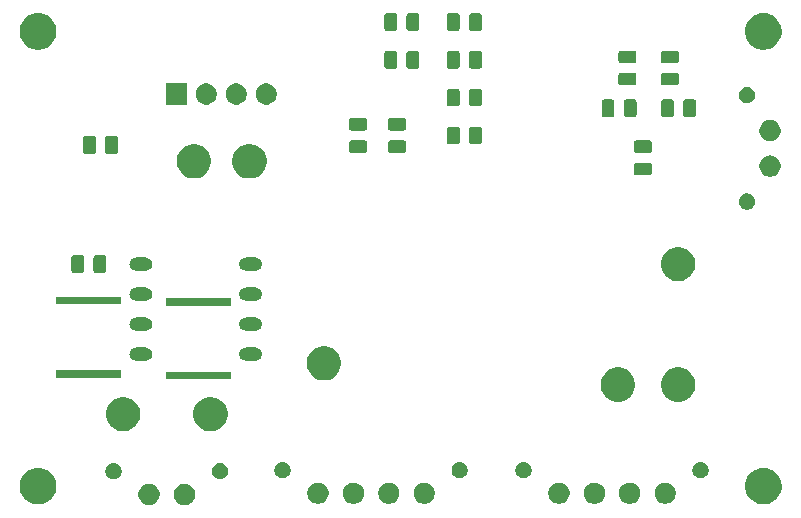
<source format=gbr>
G04 #@! TF.GenerationSoftware,KiCad,Pcbnew,(5.1.5)-3*
G04 #@! TF.CreationDate,2021-01-10T15:50:35-06:00*
G04 #@! TF.ProjectId,Power-SupplementalMonitoringPCB,506f7765-722d-4537-9570-706c656d656e,rev?*
G04 #@! TF.SameCoordinates,Original*
G04 #@! TF.FileFunction,Soldermask,Bot*
G04 #@! TF.FilePolarity,Negative*
%FSLAX46Y46*%
G04 Gerber Fmt 4.6, Leading zero omitted, Abs format (unit mm)*
G04 Created by KiCad (PCBNEW (5.1.5)-3) date 2021-01-10 15:50:35*
%MOMM*%
%LPD*%
G04 APERTURE LIST*
%ADD10C,0.100000*%
G04 APERTURE END LIST*
D10*
G36*
X109501531Y-110801544D02*
G01*
X109662812Y-110833624D01*
X109826784Y-110901544D01*
X109974354Y-111000147D01*
X110099853Y-111125646D01*
X110198456Y-111273216D01*
X110266376Y-111437188D01*
X110301000Y-111611259D01*
X110301000Y-111788741D01*
X110266376Y-111962812D01*
X110198456Y-112126784D01*
X110099853Y-112274354D01*
X109974354Y-112399853D01*
X109826784Y-112498456D01*
X109662812Y-112566376D01*
X109513512Y-112596073D01*
X109488742Y-112601000D01*
X109311258Y-112601000D01*
X109286488Y-112596073D01*
X109137188Y-112566376D01*
X108973216Y-112498456D01*
X108825646Y-112399853D01*
X108700147Y-112274354D01*
X108601544Y-112126784D01*
X108533624Y-111962812D01*
X108499000Y-111788741D01*
X108499000Y-111611259D01*
X108533624Y-111437188D01*
X108601544Y-111273216D01*
X108700147Y-111125646D01*
X108825646Y-111000147D01*
X108973216Y-110901544D01*
X109137188Y-110833624D01*
X109298469Y-110801544D01*
X109311258Y-110799000D01*
X109488742Y-110799000D01*
X109501531Y-110801544D01*
G37*
G36*
X106501531Y-110801544D02*
G01*
X106662812Y-110833624D01*
X106826784Y-110901544D01*
X106974354Y-111000147D01*
X107099853Y-111125646D01*
X107198456Y-111273216D01*
X107266376Y-111437188D01*
X107301000Y-111611259D01*
X107301000Y-111788741D01*
X107266376Y-111962812D01*
X107198456Y-112126784D01*
X107099853Y-112274354D01*
X106974354Y-112399853D01*
X106826784Y-112498456D01*
X106662812Y-112566376D01*
X106513512Y-112596073D01*
X106488742Y-112601000D01*
X106311258Y-112601000D01*
X106286488Y-112596073D01*
X106137188Y-112566376D01*
X105973216Y-112498456D01*
X105825646Y-112399853D01*
X105700147Y-112274354D01*
X105601544Y-112126784D01*
X105533624Y-111962812D01*
X105499000Y-111788741D01*
X105499000Y-111611259D01*
X105533624Y-111437188D01*
X105601544Y-111273216D01*
X105700147Y-111125646D01*
X105825646Y-111000147D01*
X105973216Y-110901544D01*
X106137188Y-110833624D01*
X106298469Y-110801544D01*
X106311258Y-110799000D01*
X106488742Y-110799000D01*
X106501531Y-110801544D01*
G37*
G36*
X97302585Y-109478802D02*
G01*
X97452410Y-109508604D01*
X97734674Y-109625521D01*
X97988705Y-109795259D01*
X98204741Y-110011295D01*
X98374479Y-110265326D01*
X98491396Y-110547590D01*
X98491396Y-110547591D01*
X98541405Y-110799000D01*
X98551000Y-110847240D01*
X98551000Y-111152760D01*
X98491396Y-111452410D01*
X98374479Y-111734674D01*
X98204741Y-111988705D01*
X97988705Y-112204741D01*
X97734674Y-112374479D01*
X97452410Y-112491396D01*
X97404127Y-112501000D01*
X97152761Y-112551000D01*
X96847239Y-112551000D01*
X96595873Y-112501000D01*
X96547590Y-112491396D01*
X96265326Y-112374479D01*
X96011295Y-112204741D01*
X95795259Y-111988705D01*
X95625521Y-111734674D01*
X95508604Y-111452410D01*
X95449000Y-111152760D01*
X95449000Y-110847240D01*
X95458596Y-110799000D01*
X95508604Y-110547591D01*
X95508604Y-110547590D01*
X95625521Y-110265326D01*
X95795259Y-110011295D01*
X96011295Y-109795259D01*
X96265326Y-109625521D01*
X96547590Y-109508604D01*
X96697415Y-109478802D01*
X96847239Y-109449000D01*
X97152761Y-109449000D01*
X97302585Y-109478802D01*
G37*
G36*
X158702585Y-109478802D02*
G01*
X158852410Y-109508604D01*
X159134674Y-109625521D01*
X159388705Y-109795259D01*
X159604741Y-110011295D01*
X159774479Y-110265326D01*
X159891396Y-110547590D01*
X159891396Y-110547591D01*
X159941405Y-110799000D01*
X159951000Y-110847240D01*
X159951000Y-111152760D01*
X159891396Y-111452410D01*
X159774479Y-111734674D01*
X159604741Y-111988705D01*
X159388705Y-112204741D01*
X159134674Y-112374479D01*
X158852410Y-112491396D01*
X158804127Y-112501000D01*
X158552761Y-112551000D01*
X158247239Y-112551000D01*
X157995873Y-112501000D01*
X157947590Y-112491396D01*
X157665326Y-112374479D01*
X157411295Y-112204741D01*
X157195259Y-111988705D01*
X157025521Y-111734674D01*
X156908604Y-111452410D01*
X156849000Y-111152760D01*
X156849000Y-110847240D01*
X156858596Y-110799000D01*
X156908604Y-110547591D01*
X156908604Y-110547590D01*
X157025521Y-110265326D01*
X157195259Y-110011295D01*
X157411295Y-109795259D01*
X157665326Y-109625521D01*
X157947590Y-109508604D01*
X158097415Y-109478802D01*
X158247239Y-109449000D01*
X158552761Y-109449000D01*
X158702585Y-109478802D01*
G37*
G36*
X150213512Y-110703927D02*
G01*
X150362812Y-110733624D01*
X150526784Y-110801544D01*
X150674354Y-110900147D01*
X150799853Y-111025646D01*
X150898456Y-111173216D01*
X150966376Y-111337188D01*
X151001000Y-111511259D01*
X151001000Y-111688741D01*
X150966376Y-111862812D01*
X150898456Y-112026784D01*
X150799853Y-112174354D01*
X150674354Y-112299853D01*
X150526784Y-112398456D01*
X150362812Y-112466376D01*
X150213512Y-112496073D01*
X150188742Y-112501000D01*
X150011258Y-112501000D01*
X149986488Y-112496073D01*
X149837188Y-112466376D01*
X149673216Y-112398456D01*
X149525646Y-112299853D01*
X149400147Y-112174354D01*
X149301544Y-112026784D01*
X149233624Y-111862812D01*
X149199000Y-111688741D01*
X149199000Y-111511259D01*
X149233624Y-111337188D01*
X149301544Y-111173216D01*
X149400147Y-111025646D01*
X149525646Y-110900147D01*
X149673216Y-110801544D01*
X149837188Y-110733624D01*
X149986488Y-110703927D01*
X150011258Y-110699000D01*
X150188742Y-110699000D01*
X150213512Y-110703927D01*
G37*
G36*
X141213512Y-110703927D02*
G01*
X141362812Y-110733624D01*
X141526784Y-110801544D01*
X141674354Y-110900147D01*
X141799853Y-111025646D01*
X141898456Y-111173216D01*
X141966376Y-111337188D01*
X142001000Y-111511259D01*
X142001000Y-111688741D01*
X141966376Y-111862812D01*
X141898456Y-112026784D01*
X141799853Y-112174354D01*
X141674354Y-112299853D01*
X141526784Y-112398456D01*
X141362812Y-112466376D01*
X141213512Y-112496073D01*
X141188742Y-112501000D01*
X141011258Y-112501000D01*
X140986488Y-112496073D01*
X140837188Y-112466376D01*
X140673216Y-112398456D01*
X140525646Y-112299853D01*
X140400147Y-112174354D01*
X140301544Y-112026784D01*
X140233624Y-111862812D01*
X140199000Y-111688741D01*
X140199000Y-111511259D01*
X140233624Y-111337188D01*
X140301544Y-111173216D01*
X140400147Y-111025646D01*
X140525646Y-110900147D01*
X140673216Y-110801544D01*
X140837188Y-110733624D01*
X140986488Y-110703927D01*
X141011258Y-110699000D01*
X141188742Y-110699000D01*
X141213512Y-110703927D01*
G37*
G36*
X144213512Y-110703927D02*
G01*
X144362812Y-110733624D01*
X144526784Y-110801544D01*
X144674354Y-110900147D01*
X144799853Y-111025646D01*
X144898456Y-111173216D01*
X144966376Y-111337188D01*
X145001000Y-111511259D01*
X145001000Y-111688741D01*
X144966376Y-111862812D01*
X144898456Y-112026784D01*
X144799853Y-112174354D01*
X144674354Y-112299853D01*
X144526784Y-112398456D01*
X144362812Y-112466376D01*
X144213512Y-112496073D01*
X144188742Y-112501000D01*
X144011258Y-112501000D01*
X143986488Y-112496073D01*
X143837188Y-112466376D01*
X143673216Y-112398456D01*
X143525646Y-112299853D01*
X143400147Y-112174354D01*
X143301544Y-112026784D01*
X143233624Y-111862812D01*
X143199000Y-111688741D01*
X143199000Y-111511259D01*
X143233624Y-111337188D01*
X143301544Y-111173216D01*
X143400147Y-111025646D01*
X143525646Y-110900147D01*
X143673216Y-110801544D01*
X143837188Y-110733624D01*
X143986488Y-110703927D01*
X144011258Y-110699000D01*
X144188742Y-110699000D01*
X144213512Y-110703927D01*
G37*
G36*
X147213512Y-110703927D02*
G01*
X147362812Y-110733624D01*
X147526784Y-110801544D01*
X147674354Y-110900147D01*
X147799853Y-111025646D01*
X147898456Y-111173216D01*
X147966376Y-111337188D01*
X148001000Y-111511259D01*
X148001000Y-111688741D01*
X147966376Y-111862812D01*
X147898456Y-112026784D01*
X147799853Y-112174354D01*
X147674354Y-112299853D01*
X147526784Y-112398456D01*
X147362812Y-112466376D01*
X147213512Y-112496073D01*
X147188742Y-112501000D01*
X147011258Y-112501000D01*
X146986488Y-112496073D01*
X146837188Y-112466376D01*
X146673216Y-112398456D01*
X146525646Y-112299853D01*
X146400147Y-112174354D01*
X146301544Y-112026784D01*
X146233624Y-111862812D01*
X146199000Y-111688741D01*
X146199000Y-111511259D01*
X146233624Y-111337188D01*
X146301544Y-111173216D01*
X146400147Y-111025646D01*
X146525646Y-110900147D01*
X146673216Y-110801544D01*
X146837188Y-110733624D01*
X146986488Y-110703927D01*
X147011258Y-110699000D01*
X147188742Y-110699000D01*
X147213512Y-110703927D01*
G37*
G36*
X126813512Y-110703927D02*
G01*
X126962812Y-110733624D01*
X127126784Y-110801544D01*
X127274354Y-110900147D01*
X127399853Y-111025646D01*
X127498456Y-111173216D01*
X127566376Y-111337188D01*
X127601000Y-111511259D01*
X127601000Y-111688741D01*
X127566376Y-111862812D01*
X127498456Y-112026784D01*
X127399853Y-112174354D01*
X127274354Y-112299853D01*
X127126784Y-112398456D01*
X126962812Y-112466376D01*
X126813512Y-112496073D01*
X126788742Y-112501000D01*
X126611258Y-112501000D01*
X126586488Y-112496073D01*
X126437188Y-112466376D01*
X126273216Y-112398456D01*
X126125646Y-112299853D01*
X126000147Y-112174354D01*
X125901544Y-112026784D01*
X125833624Y-111862812D01*
X125799000Y-111688741D01*
X125799000Y-111511259D01*
X125833624Y-111337188D01*
X125901544Y-111173216D01*
X126000147Y-111025646D01*
X126125646Y-110900147D01*
X126273216Y-110801544D01*
X126437188Y-110733624D01*
X126586488Y-110703927D01*
X126611258Y-110699000D01*
X126788742Y-110699000D01*
X126813512Y-110703927D01*
G37*
G36*
X123813512Y-110703927D02*
G01*
X123962812Y-110733624D01*
X124126784Y-110801544D01*
X124274354Y-110900147D01*
X124399853Y-111025646D01*
X124498456Y-111173216D01*
X124566376Y-111337188D01*
X124601000Y-111511259D01*
X124601000Y-111688741D01*
X124566376Y-111862812D01*
X124498456Y-112026784D01*
X124399853Y-112174354D01*
X124274354Y-112299853D01*
X124126784Y-112398456D01*
X123962812Y-112466376D01*
X123813512Y-112496073D01*
X123788742Y-112501000D01*
X123611258Y-112501000D01*
X123586488Y-112496073D01*
X123437188Y-112466376D01*
X123273216Y-112398456D01*
X123125646Y-112299853D01*
X123000147Y-112174354D01*
X122901544Y-112026784D01*
X122833624Y-111862812D01*
X122799000Y-111688741D01*
X122799000Y-111511259D01*
X122833624Y-111337188D01*
X122901544Y-111173216D01*
X123000147Y-111025646D01*
X123125646Y-110900147D01*
X123273216Y-110801544D01*
X123437188Y-110733624D01*
X123586488Y-110703927D01*
X123611258Y-110699000D01*
X123788742Y-110699000D01*
X123813512Y-110703927D01*
G37*
G36*
X129813512Y-110703927D02*
G01*
X129962812Y-110733624D01*
X130126784Y-110801544D01*
X130274354Y-110900147D01*
X130399853Y-111025646D01*
X130498456Y-111173216D01*
X130566376Y-111337188D01*
X130601000Y-111511259D01*
X130601000Y-111688741D01*
X130566376Y-111862812D01*
X130498456Y-112026784D01*
X130399853Y-112174354D01*
X130274354Y-112299853D01*
X130126784Y-112398456D01*
X129962812Y-112466376D01*
X129813512Y-112496073D01*
X129788742Y-112501000D01*
X129611258Y-112501000D01*
X129586488Y-112496073D01*
X129437188Y-112466376D01*
X129273216Y-112398456D01*
X129125646Y-112299853D01*
X129000147Y-112174354D01*
X128901544Y-112026784D01*
X128833624Y-111862812D01*
X128799000Y-111688741D01*
X128799000Y-111511259D01*
X128833624Y-111337188D01*
X128901544Y-111173216D01*
X129000147Y-111025646D01*
X129125646Y-110900147D01*
X129273216Y-110801544D01*
X129437188Y-110733624D01*
X129586488Y-110703927D01*
X129611258Y-110699000D01*
X129788742Y-110699000D01*
X129813512Y-110703927D01*
G37*
G36*
X120813512Y-110703927D02*
G01*
X120962812Y-110733624D01*
X121126784Y-110801544D01*
X121274354Y-110900147D01*
X121399853Y-111025646D01*
X121498456Y-111173216D01*
X121566376Y-111337188D01*
X121601000Y-111511259D01*
X121601000Y-111688741D01*
X121566376Y-111862812D01*
X121498456Y-112026784D01*
X121399853Y-112174354D01*
X121274354Y-112299853D01*
X121126784Y-112398456D01*
X120962812Y-112466376D01*
X120813512Y-112496073D01*
X120788742Y-112501000D01*
X120611258Y-112501000D01*
X120586488Y-112496073D01*
X120437188Y-112466376D01*
X120273216Y-112398456D01*
X120125646Y-112299853D01*
X120000147Y-112174354D01*
X119901544Y-112026784D01*
X119833624Y-111862812D01*
X119799000Y-111688741D01*
X119799000Y-111511259D01*
X119833624Y-111337188D01*
X119901544Y-111173216D01*
X120000147Y-111025646D01*
X120125646Y-110900147D01*
X120273216Y-110801544D01*
X120437188Y-110733624D01*
X120586488Y-110703927D01*
X120611258Y-110699000D01*
X120788742Y-110699000D01*
X120813512Y-110703927D01*
G37*
G36*
X112600098Y-109080362D02*
G01*
X112724941Y-109132074D01*
X112724943Y-109132075D01*
X112830642Y-109202701D01*
X112837299Y-109207149D01*
X112932851Y-109302701D01*
X113007926Y-109415059D01*
X113059638Y-109539902D01*
X113086000Y-109672434D01*
X113086000Y-109807566D01*
X113059638Y-109940098D01*
X113007926Y-110064941D01*
X113007925Y-110064943D01*
X112932851Y-110177299D01*
X112837299Y-110272851D01*
X112724943Y-110347925D01*
X112724942Y-110347926D01*
X112724941Y-110347926D01*
X112600098Y-110399638D01*
X112467566Y-110426000D01*
X112332434Y-110426000D01*
X112199902Y-110399638D01*
X112075059Y-110347926D01*
X112075058Y-110347926D01*
X112075057Y-110347925D01*
X111962701Y-110272851D01*
X111867149Y-110177299D01*
X111792075Y-110064943D01*
X111792074Y-110064941D01*
X111740362Y-109940098D01*
X111714000Y-109807566D01*
X111714000Y-109672434D01*
X111740362Y-109539902D01*
X111792074Y-109415059D01*
X111867149Y-109302701D01*
X111962701Y-109207149D01*
X111969358Y-109202701D01*
X112075057Y-109132075D01*
X112075059Y-109132074D01*
X112199902Y-109080362D01*
X112332434Y-109054000D01*
X112467566Y-109054000D01*
X112600098Y-109080362D01*
G37*
G36*
X103600098Y-109080362D02*
G01*
X103724941Y-109132074D01*
X103724943Y-109132075D01*
X103830642Y-109202701D01*
X103837299Y-109207149D01*
X103932851Y-109302701D01*
X104007926Y-109415059D01*
X104059638Y-109539902D01*
X104086000Y-109672434D01*
X104086000Y-109807566D01*
X104059638Y-109940098D01*
X104007926Y-110064941D01*
X104007925Y-110064943D01*
X103932851Y-110177299D01*
X103837299Y-110272851D01*
X103724943Y-110347925D01*
X103724942Y-110347926D01*
X103724941Y-110347926D01*
X103600098Y-110399638D01*
X103467566Y-110426000D01*
X103332434Y-110426000D01*
X103199902Y-110399638D01*
X103075059Y-110347926D01*
X103075058Y-110347926D01*
X103075057Y-110347925D01*
X102962701Y-110272851D01*
X102867149Y-110177299D01*
X102792075Y-110064943D01*
X102792074Y-110064941D01*
X102740362Y-109940098D01*
X102714000Y-109807566D01*
X102714000Y-109672434D01*
X102740362Y-109539902D01*
X102792074Y-109415059D01*
X102867149Y-109302701D01*
X102962701Y-109207149D01*
X102969358Y-109202701D01*
X103075057Y-109132075D01*
X103075059Y-109132074D01*
X103199902Y-109080362D01*
X103332434Y-109054000D01*
X103467566Y-109054000D01*
X103600098Y-109080362D01*
G37*
G36*
X153300098Y-108980362D02*
G01*
X153424941Y-109032074D01*
X153424943Y-109032075D01*
X153457756Y-109054000D01*
X153537299Y-109107149D01*
X153632851Y-109202701D01*
X153707926Y-109315059D01*
X153759638Y-109439902D01*
X153786000Y-109572434D01*
X153786000Y-109707566D01*
X153759638Y-109840098D01*
X153718216Y-109940098D01*
X153707925Y-109964943D01*
X153632851Y-110077299D01*
X153537299Y-110172851D01*
X153424943Y-110247925D01*
X153424942Y-110247926D01*
X153424941Y-110247926D01*
X153300098Y-110299638D01*
X153167566Y-110326000D01*
X153032434Y-110326000D01*
X152899902Y-110299638D01*
X152775059Y-110247926D01*
X152775058Y-110247926D01*
X152775057Y-110247925D01*
X152662701Y-110172851D01*
X152567149Y-110077299D01*
X152492075Y-109964943D01*
X152481784Y-109940098D01*
X152440362Y-109840098D01*
X152414000Y-109707566D01*
X152414000Y-109572434D01*
X152440362Y-109439902D01*
X152492074Y-109315059D01*
X152567149Y-109202701D01*
X152662701Y-109107149D01*
X152742244Y-109054000D01*
X152775057Y-109032075D01*
X152775059Y-109032074D01*
X152899902Y-108980362D01*
X153032434Y-108954000D01*
X153167566Y-108954000D01*
X153300098Y-108980362D01*
G37*
G36*
X117900098Y-108980362D02*
G01*
X118024941Y-109032074D01*
X118024943Y-109032075D01*
X118057756Y-109054000D01*
X118137299Y-109107149D01*
X118232851Y-109202701D01*
X118307926Y-109315059D01*
X118359638Y-109439902D01*
X118386000Y-109572434D01*
X118386000Y-109707566D01*
X118359638Y-109840098D01*
X118318216Y-109940098D01*
X118307925Y-109964943D01*
X118232851Y-110077299D01*
X118137299Y-110172851D01*
X118024943Y-110247925D01*
X118024942Y-110247926D01*
X118024941Y-110247926D01*
X117900098Y-110299638D01*
X117767566Y-110326000D01*
X117632434Y-110326000D01*
X117499902Y-110299638D01*
X117375059Y-110247926D01*
X117375058Y-110247926D01*
X117375057Y-110247925D01*
X117262701Y-110172851D01*
X117167149Y-110077299D01*
X117092075Y-109964943D01*
X117081784Y-109940098D01*
X117040362Y-109840098D01*
X117014000Y-109707566D01*
X117014000Y-109572434D01*
X117040362Y-109439902D01*
X117092074Y-109315059D01*
X117167149Y-109202701D01*
X117262701Y-109107149D01*
X117342244Y-109054000D01*
X117375057Y-109032075D01*
X117375059Y-109032074D01*
X117499902Y-108980362D01*
X117632434Y-108954000D01*
X117767566Y-108954000D01*
X117900098Y-108980362D01*
G37*
G36*
X138300098Y-108980362D02*
G01*
X138424941Y-109032074D01*
X138424943Y-109032075D01*
X138457756Y-109054000D01*
X138537299Y-109107149D01*
X138632851Y-109202701D01*
X138707926Y-109315059D01*
X138759638Y-109439902D01*
X138786000Y-109572434D01*
X138786000Y-109707566D01*
X138759638Y-109840098D01*
X138718216Y-109940098D01*
X138707925Y-109964943D01*
X138632851Y-110077299D01*
X138537299Y-110172851D01*
X138424943Y-110247925D01*
X138424942Y-110247926D01*
X138424941Y-110247926D01*
X138300098Y-110299638D01*
X138167566Y-110326000D01*
X138032434Y-110326000D01*
X137899902Y-110299638D01*
X137775059Y-110247926D01*
X137775058Y-110247926D01*
X137775057Y-110247925D01*
X137662701Y-110172851D01*
X137567149Y-110077299D01*
X137492075Y-109964943D01*
X137481784Y-109940098D01*
X137440362Y-109840098D01*
X137414000Y-109707566D01*
X137414000Y-109572434D01*
X137440362Y-109439902D01*
X137492074Y-109315059D01*
X137567149Y-109202701D01*
X137662701Y-109107149D01*
X137742244Y-109054000D01*
X137775057Y-109032075D01*
X137775059Y-109032074D01*
X137899902Y-108980362D01*
X138032434Y-108954000D01*
X138167566Y-108954000D01*
X138300098Y-108980362D01*
G37*
G36*
X132900098Y-108980362D02*
G01*
X133024941Y-109032074D01*
X133024943Y-109032075D01*
X133057756Y-109054000D01*
X133137299Y-109107149D01*
X133232851Y-109202701D01*
X133307926Y-109315059D01*
X133359638Y-109439902D01*
X133386000Y-109572434D01*
X133386000Y-109707566D01*
X133359638Y-109840098D01*
X133318216Y-109940098D01*
X133307925Y-109964943D01*
X133232851Y-110077299D01*
X133137299Y-110172851D01*
X133024943Y-110247925D01*
X133024942Y-110247926D01*
X133024941Y-110247926D01*
X132900098Y-110299638D01*
X132767566Y-110326000D01*
X132632434Y-110326000D01*
X132499902Y-110299638D01*
X132375059Y-110247926D01*
X132375058Y-110247926D01*
X132375057Y-110247925D01*
X132262701Y-110172851D01*
X132167149Y-110077299D01*
X132092075Y-109964943D01*
X132081784Y-109940098D01*
X132040362Y-109840098D01*
X132014000Y-109707566D01*
X132014000Y-109572434D01*
X132040362Y-109439902D01*
X132092074Y-109315059D01*
X132167149Y-109202701D01*
X132262701Y-109107149D01*
X132342244Y-109054000D01*
X132375057Y-109032075D01*
X132375059Y-109032074D01*
X132499902Y-108980362D01*
X132632434Y-108954000D01*
X132767566Y-108954000D01*
X132900098Y-108980362D01*
G37*
G36*
X112023241Y-103504760D02*
G01*
X112287305Y-103614139D01*
X112524958Y-103772934D01*
X112727066Y-103975042D01*
X112885861Y-104212695D01*
X112995240Y-104476759D01*
X113051000Y-104757088D01*
X113051000Y-105042912D01*
X112995240Y-105323241D01*
X112885861Y-105587305D01*
X112727066Y-105824958D01*
X112524958Y-106027066D01*
X112287305Y-106185861D01*
X112023241Y-106295240D01*
X111742912Y-106351000D01*
X111457088Y-106351000D01*
X111176759Y-106295240D01*
X110912695Y-106185861D01*
X110675042Y-106027066D01*
X110472934Y-105824958D01*
X110314139Y-105587305D01*
X110204760Y-105323241D01*
X110149000Y-105042912D01*
X110149000Y-104757088D01*
X110204760Y-104476759D01*
X110314139Y-104212695D01*
X110472934Y-103975042D01*
X110675042Y-103772934D01*
X110912695Y-103614139D01*
X111176759Y-103504760D01*
X111457088Y-103449000D01*
X111742912Y-103449000D01*
X112023241Y-103504760D01*
G37*
G36*
X104623241Y-103504760D02*
G01*
X104887305Y-103614139D01*
X105124958Y-103772934D01*
X105327066Y-103975042D01*
X105485861Y-104212695D01*
X105595240Y-104476759D01*
X105651000Y-104757088D01*
X105651000Y-105042912D01*
X105595240Y-105323241D01*
X105485861Y-105587305D01*
X105327066Y-105824958D01*
X105124958Y-106027066D01*
X104887305Y-106185861D01*
X104623241Y-106295240D01*
X104342912Y-106351000D01*
X104057088Y-106351000D01*
X103776759Y-106295240D01*
X103512695Y-106185861D01*
X103275042Y-106027066D01*
X103072934Y-105824958D01*
X102914139Y-105587305D01*
X102804760Y-105323241D01*
X102749000Y-105042912D01*
X102749000Y-104757088D01*
X102804760Y-104476759D01*
X102914139Y-104212695D01*
X103072934Y-103975042D01*
X103275042Y-103772934D01*
X103512695Y-103614139D01*
X103776759Y-103504760D01*
X104057088Y-103449000D01*
X104342912Y-103449000D01*
X104623241Y-103504760D01*
G37*
G36*
X146523241Y-101004760D02*
G01*
X146787305Y-101114139D01*
X147024958Y-101272934D01*
X147227066Y-101475042D01*
X147385861Y-101712695D01*
X147495240Y-101976759D01*
X147551000Y-102257088D01*
X147551000Y-102542912D01*
X147495240Y-102823241D01*
X147385861Y-103087305D01*
X147227066Y-103324958D01*
X147024958Y-103527066D01*
X146787305Y-103685861D01*
X146523241Y-103795240D01*
X146242912Y-103851000D01*
X145957088Y-103851000D01*
X145676759Y-103795240D01*
X145412695Y-103685861D01*
X145175042Y-103527066D01*
X144972934Y-103324958D01*
X144814139Y-103087305D01*
X144704760Y-102823241D01*
X144649000Y-102542912D01*
X144649000Y-102257088D01*
X144704760Y-101976759D01*
X144814139Y-101712695D01*
X144972934Y-101475042D01*
X145175042Y-101272934D01*
X145412695Y-101114139D01*
X145676759Y-101004760D01*
X145957088Y-100949000D01*
X146242912Y-100949000D01*
X146523241Y-101004760D01*
G37*
G36*
X151623241Y-101004760D02*
G01*
X151887305Y-101114139D01*
X152124958Y-101272934D01*
X152327066Y-101475042D01*
X152485861Y-101712695D01*
X152595240Y-101976759D01*
X152651000Y-102257088D01*
X152651000Y-102542912D01*
X152595240Y-102823241D01*
X152485861Y-103087305D01*
X152327066Y-103324958D01*
X152124958Y-103527066D01*
X151887305Y-103685861D01*
X151623241Y-103795240D01*
X151342912Y-103851000D01*
X151057088Y-103851000D01*
X150776759Y-103795240D01*
X150512695Y-103685861D01*
X150275042Y-103527066D01*
X150072934Y-103324958D01*
X149914139Y-103087305D01*
X149804760Y-102823241D01*
X149749000Y-102542912D01*
X149749000Y-102257088D01*
X149804760Y-101976759D01*
X149914139Y-101712695D01*
X150072934Y-101475042D01*
X150275042Y-101272934D01*
X150512695Y-101114139D01*
X150776759Y-101004760D01*
X151057088Y-100949000D01*
X151342912Y-100949000D01*
X151623241Y-101004760D01*
G37*
G36*
X121623241Y-99204760D02*
G01*
X121887305Y-99314139D01*
X122124958Y-99472934D01*
X122327066Y-99675042D01*
X122485861Y-99912695D01*
X122595240Y-100176759D01*
X122651000Y-100457088D01*
X122651000Y-100742912D01*
X122595240Y-101023241D01*
X122485861Y-101287305D01*
X122327066Y-101524958D01*
X122124958Y-101727066D01*
X121887305Y-101885861D01*
X121623241Y-101995240D01*
X121342912Y-102051000D01*
X121057088Y-102051000D01*
X120776759Y-101995240D01*
X120512695Y-101885861D01*
X120275042Y-101727066D01*
X120072934Y-101524958D01*
X119914139Y-101287305D01*
X119804760Y-101023241D01*
X119749000Y-100742912D01*
X119749000Y-100457088D01*
X119804760Y-100176759D01*
X119914139Y-99912695D01*
X120072934Y-99675042D01*
X120275042Y-99472934D01*
X120512695Y-99314139D01*
X120776759Y-99204760D01*
X121057088Y-99149000D01*
X121342912Y-99149000D01*
X121623241Y-99204760D01*
G37*
G36*
X113356100Y-101954600D02*
G01*
X107843900Y-101954600D01*
X107843900Y-101293800D01*
X113356100Y-101293800D01*
X113356100Y-101954600D01*
G37*
G36*
X104056100Y-101854600D02*
G01*
X98543900Y-101854600D01*
X98543900Y-101193800D01*
X104056100Y-101193800D01*
X104056100Y-101854600D01*
G37*
G36*
X106208015Y-99266973D02*
G01*
X106311879Y-99298479D01*
X106339055Y-99313005D01*
X106407600Y-99349643D01*
X106491501Y-99418499D01*
X106560357Y-99502400D01*
X106596995Y-99570945D01*
X106611521Y-99598121D01*
X106643027Y-99701985D01*
X106653666Y-99810000D01*
X106643027Y-99918015D01*
X106611521Y-100021879D01*
X106611519Y-100021882D01*
X106560357Y-100117600D01*
X106491501Y-100201501D01*
X106407600Y-100270357D01*
X106339055Y-100306995D01*
X106311879Y-100321521D01*
X106208015Y-100353027D01*
X106127067Y-100361000D01*
X105272933Y-100361000D01*
X105191985Y-100353027D01*
X105088121Y-100321521D01*
X105060945Y-100306995D01*
X104992400Y-100270357D01*
X104908499Y-100201501D01*
X104839643Y-100117600D01*
X104788481Y-100021882D01*
X104788479Y-100021879D01*
X104756973Y-99918015D01*
X104746334Y-99810000D01*
X104756973Y-99701985D01*
X104788479Y-99598121D01*
X104803005Y-99570945D01*
X104839643Y-99502400D01*
X104908499Y-99418499D01*
X104992400Y-99349643D01*
X105060945Y-99313005D01*
X105088121Y-99298479D01*
X105191985Y-99266973D01*
X105272933Y-99259000D01*
X106127067Y-99259000D01*
X106208015Y-99266973D01*
G37*
G36*
X115508015Y-99266973D02*
G01*
X115611879Y-99298479D01*
X115639055Y-99313005D01*
X115707600Y-99349643D01*
X115791501Y-99418499D01*
X115860357Y-99502400D01*
X115896995Y-99570945D01*
X115911521Y-99598121D01*
X115943027Y-99701985D01*
X115953666Y-99810000D01*
X115943027Y-99918015D01*
X115911521Y-100021879D01*
X115911519Y-100021882D01*
X115860357Y-100117600D01*
X115791501Y-100201501D01*
X115707600Y-100270357D01*
X115639055Y-100306995D01*
X115611879Y-100321521D01*
X115508015Y-100353027D01*
X115427067Y-100361000D01*
X114572933Y-100361000D01*
X114491985Y-100353027D01*
X114388121Y-100321521D01*
X114360945Y-100306995D01*
X114292400Y-100270357D01*
X114208499Y-100201501D01*
X114139643Y-100117600D01*
X114088481Y-100021882D01*
X114088479Y-100021879D01*
X114056973Y-99918015D01*
X114046334Y-99810000D01*
X114056973Y-99701985D01*
X114088479Y-99598121D01*
X114103005Y-99570945D01*
X114139643Y-99502400D01*
X114208499Y-99418499D01*
X114292400Y-99349643D01*
X114360945Y-99313005D01*
X114388121Y-99298479D01*
X114491985Y-99266973D01*
X114572933Y-99259000D01*
X115427067Y-99259000D01*
X115508015Y-99266973D01*
G37*
G36*
X106208015Y-96726973D02*
G01*
X106311879Y-96758479D01*
X106339055Y-96773005D01*
X106407600Y-96809643D01*
X106491501Y-96878499D01*
X106560357Y-96962400D01*
X106596995Y-97030945D01*
X106611521Y-97058121D01*
X106643027Y-97161985D01*
X106653666Y-97270000D01*
X106643027Y-97378015D01*
X106611521Y-97481879D01*
X106611519Y-97481882D01*
X106560357Y-97577600D01*
X106491501Y-97661501D01*
X106407600Y-97730357D01*
X106339055Y-97766995D01*
X106311879Y-97781521D01*
X106208015Y-97813027D01*
X106127067Y-97821000D01*
X105272933Y-97821000D01*
X105191985Y-97813027D01*
X105088121Y-97781521D01*
X105060945Y-97766995D01*
X104992400Y-97730357D01*
X104908499Y-97661501D01*
X104839643Y-97577600D01*
X104788481Y-97481882D01*
X104788479Y-97481879D01*
X104756973Y-97378015D01*
X104746334Y-97270000D01*
X104756973Y-97161985D01*
X104788479Y-97058121D01*
X104803005Y-97030945D01*
X104839643Y-96962400D01*
X104908499Y-96878499D01*
X104992400Y-96809643D01*
X105060945Y-96773005D01*
X105088121Y-96758479D01*
X105191985Y-96726973D01*
X105272933Y-96719000D01*
X106127067Y-96719000D01*
X106208015Y-96726973D01*
G37*
G36*
X115508015Y-96726973D02*
G01*
X115611879Y-96758479D01*
X115639055Y-96773005D01*
X115707600Y-96809643D01*
X115791501Y-96878499D01*
X115860357Y-96962400D01*
X115896995Y-97030945D01*
X115911521Y-97058121D01*
X115943027Y-97161985D01*
X115953666Y-97270000D01*
X115943027Y-97378015D01*
X115911521Y-97481879D01*
X115911519Y-97481882D01*
X115860357Y-97577600D01*
X115791501Y-97661501D01*
X115707600Y-97730357D01*
X115639055Y-97766995D01*
X115611879Y-97781521D01*
X115508015Y-97813027D01*
X115427067Y-97821000D01*
X114572933Y-97821000D01*
X114491985Y-97813027D01*
X114388121Y-97781521D01*
X114360945Y-97766995D01*
X114292400Y-97730357D01*
X114208499Y-97661501D01*
X114139643Y-97577600D01*
X114088481Y-97481882D01*
X114088479Y-97481879D01*
X114056973Y-97378015D01*
X114046334Y-97270000D01*
X114056973Y-97161985D01*
X114088479Y-97058121D01*
X114103005Y-97030945D01*
X114139643Y-96962400D01*
X114208499Y-96878499D01*
X114292400Y-96809643D01*
X114360945Y-96773005D01*
X114388121Y-96758479D01*
X114491985Y-96726973D01*
X114572933Y-96719000D01*
X115427067Y-96719000D01*
X115508015Y-96726973D01*
G37*
G36*
X113356100Y-95706200D02*
G01*
X107843900Y-95706200D01*
X107843900Y-95045400D01*
X113356100Y-95045400D01*
X113356100Y-95706200D01*
G37*
G36*
X104056100Y-95606200D02*
G01*
X98543900Y-95606200D01*
X98543900Y-94945400D01*
X104056100Y-94945400D01*
X104056100Y-95606200D01*
G37*
G36*
X115508015Y-94186973D02*
G01*
X115611879Y-94218479D01*
X115639055Y-94233005D01*
X115707600Y-94269643D01*
X115791501Y-94338499D01*
X115860357Y-94422400D01*
X115896995Y-94490945D01*
X115911521Y-94518121D01*
X115943027Y-94621985D01*
X115953666Y-94730000D01*
X115943027Y-94838015D01*
X115911521Y-94941879D01*
X115911519Y-94941882D01*
X115860357Y-95037600D01*
X115791501Y-95121501D01*
X115707600Y-95190357D01*
X115639055Y-95226995D01*
X115611879Y-95241521D01*
X115508015Y-95273027D01*
X115427067Y-95281000D01*
X114572933Y-95281000D01*
X114491985Y-95273027D01*
X114388121Y-95241521D01*
X114360945Y-95226995D01*
X114292400Y-95190357D01*
X114208499Y-95121501D01*
X114139643Y-95037600D01*
X114088481Y-94941882D01*
X114088479Y-94941879D01*
X114056973Y-94838015D01*
X114046334Y-94730000D01*
X114056973Y-94621985D01*
X114088479Y-94518121D01*
X114103005Y-94490945D01*
X114139643Y-94422400D01*
X114208499Y-94338499D01*
X114292400Y-94269643D01*
X114360945Y-94233005D01*
X114388121Y-94218479D01*
X114491985Y-94186973D01*
X114572933Y-94179000D01*
X115427067Y-94179000D01*
X115508015Y-94186973D01*
G37*
G36*
X106208015Y-94186973D02*
G01*
X106311879Y-94218479D01*
X106339055Y-94233005D01*
X106407600Y-94269643D01*
X106491501Y-94338499D01*
X106560357Y-94422400D01*
X106596995Y-94490945D01*
X106611521Y-94518121D01*
X106643027Y-94621985D01*
X106653666Y-94730000D01*
X106643027Y-94838015D01*
X106611521Y-94941879D01*
X106611519Y-94941882D01*
X106560357Y-95037600D01*
X106491501Y-95121501D01*
X106407600Y-95190357D01*
X106339055Y-95226995D01*
X106311879Y-95241521D01*
X106208015Y-95273027D01*
X106127067Y-95281000D01*
X105272933Y-95281000D01*
X105191985Y-95273027D01*
X105088121Y-95241521D01*
X105060945Y-95226995D01*
X104992400Y-95190357D01*
X104908499Y-95121501D01*
X104839643Y-95037600D01*
X104788481Y-94941882D01*
X104788479Y-94941879D01*
X104756973Y-94838015D01*
X104746334Y-94730000D01*
X104756973Y-94621985D01*
X104788479Y-94518121D01*
X104803005Y-94490945D01*
X104839643Y-94422400D01*
X104908499Y-94338499D01*
X104992400Y-94269643D01*
X105060945Y-94233005D01*
X105088121Y-94218479D01*
X105191985Y-94186973D01*
X105272933Y-94179000D01*
X106127067Y-94179000D01*
X106208015Y-94186973D01*
G37*
G36*
X151623241Y-90804760D02*
G01*
X151887305Y-90914139D01*
X152124958Y-91072934D01*
X152327066Y-91275042D01*
X152485861Y-91512695D01*
X152595240Y-91776759D01*
X152651000Y-92057088D01*
X152651000Y-92342912D01*
X152595240Y-92623241D01*
X152485861Y-92887305D01*
X152327066Y-93124958D01*
X152124958Y-93327066D01*
X151887305Y-93485861D01*
X151623241Y-93595240D01*
X151342912Y-93651000D01*
X151057088Y-93651000D01*
X150776759Y-93595240D01*
X150512695Y-93485861D01*
X150275042Y-93327066D01*
X150072934Y-93124958D01*
X149914139Y-92887305D01*
X149804760Y-92623241D01*
X149749000Y-92342912D01*
X149749000Y-92057088D01*
X149804760Y-91776759D01*
X149914139Y-91512695D01*
X150072934Y-91275042D01*
X150275042Y-91072934D01*
X150512695Y-90914139D01*
X150776759Y-90804760D01*
X151057088Y-90749000D01*
X151342912Y-90749000D01*
X151623241Y-90804760D01*
G37*
G36*
X102609468Y-91453565D02*
G01*
X102648138Y-91465296D01*
X102683777Y-91484346D01*
X102715017Y-91509983D01*
X102740654Y-91541223D01*
X102759704Y-91576862D01*
X102771435Y-91615532D01*
X102776000Y-91661888D01*
X102776000Y-92738112D01*
X102771435Y-92784468D01*
X102759704Y-92823138D01*
X102740654Y-92858777D01*
X102715017Y-92890017D01*
X102683777Y-92915654D01*
X102648138Y-92934704D01*
X102609468Y-92946435D01*
X102563112Y-92951000D01*
X101911888Y-92951000D01*
X101865532Y-92946435D01*
X101826862Y-92934704D01*
X101791223Y-92915654D01*
X101759983Y-92890017D01*
X101734346Y-92858777D01*
X101715296Y-92823138D01*
X101703565Y-92784468D01*
X101699000Y-92738112D01*
X101699000Y-91661888D01*
X101703565Y-91615532D01*
X101715296Y-91576862D01*
X101734346Y-91541223D01*
X101759983Y-91509983D01*
X101791223Y-91484346D01*
X101826862Y-91465296D01*
X101865532Y-91453565D01*
X101911888Y-91449000D01*
X102563112Y-91449000D01*
X102609468Y-91453565D01*
G37*
G36*
X100734468Y-91453565D02*
G01*
X100773138Y-91465296D01*
X100808777Y-91484346D01*
X100840017Y-91509983D01*
X100865654Y-91541223D01*
X100884704Y-91576862D01*
X100896435Y-91615532D01*
X100901000Y-91661888D01*
X100901000Y-92738112D01*
X100896435Y-92784468D01*
X100884704Y-92823138D01*
X100865654Y-92858777D01*
X100840017Y-92890017D01*
X100808777Y-92915654D01*
X100773138Y-92934704D01*
X100734468Y-92946435D01*
X100688112Y-92951000D01*
X100036888Y-92951000D01*
X99990532Y-92946435D01*
X99951862Y-92934704D01*
X99916223Y-92915654D01*
X99884983Y-92890017D01*
X99859346Y-92858777D01*
X99840296Y-92823138D01*
X99828565Y-92784468D01*
X99824000Y-92738112D01*
X99824000Y-91661888D01*
X99828565Y-91615532D01*
X99840296Y-91576862D01*
X99859346Y-91541223D01*
X99884983Y-91509983D01*
X99916223Y-91484346D01*
X99951862Y-91465296D01*
X99990532Y-91453565D01*
X100036888Y-91449000D01*
X100688112Y-91449000D01*
X100734468Y-91453565D01*
G37*
G36*
X106208015Y-91646973D02*
G01*
X106311879Y-91678479D01*
X106339055Y-91693005D01*
X106407600Y-91729643D01*
X106491501Y-91798499D01*
X106560357Y-91882400D01*
X106596995Y-91950945D01*
X106611521Y-91978121D01*
X106643027Y-92081985D01*
X106653666Y-92190000D01*
X106643027Y-92298015D01*
X106611521Y-92401879D01*
X106611519Y-92401882D01*
X106560357Y-92497600D01*
X106491501Y-92581501D01*
X106407600Y-92650357D01*
X106348867Y-92681750D01*
X106311879Y-92701521D01*
X106208015Y-92733027D01*
X106127067Y-92741000D01*
X105272933Y-92741000D01*
X105191985Y-92733027D01*
X105088121Y-92701521D01*
X105051133Y-92681750D01*
X104992400Y-92650357D01*
X104908499Y-92581501D01*
X104839643Y-92497600D01*
X104788481Y-92401882D01*
X104788479Y-92401879D01*
X104756973Y-92298015D01*
X104746334Y-92190000D01*
X104756973Y-92081985D01*
X104788479Y-91978121D01*
X104803005Y-91950945D01*
X104839643Y-91882400D01*
X104908499Y-91798499D01*
X104992400Y-91729643D01*
X105060945Y-91693005D01*
X105088121Y-91678479D01*
X105191985Y-91646973D01*
X105272933Y-91639000D01*
X106127067Y-91639000D01*
X106208015Y-91646973D01*
G37*
G36*
X115508015Y-91646973D02*
G01*
X115611879Y-91678479D01*
X115639055Y-91693005D01*
X115707600Y-91729643D01*
X115791501Y-91798499D01*
X115860357Y-91882400D01*
X115896995Y-91950945D01*
X115911521Y-91978121D01*
X115943027Y-92081985D01*
X115953666Y-92190000D01*
X115943027Y-92298015D01*
X115911521Y-92401879D01*
X115911519Y-92401882D01*
X115860357Y-92497600D01*
X115791501Y-92581501D01*
X115707600Y-92650357D01*
X115648867Y-92681750D01*
X115611879Y-92701521D01*
X115508015Y-92733027D01*
X115427067Y-92741000D01*
X114572933Y-92741000D01*
X114491985Y-92733027D01*
X114388121Y-92701521D01*
X114351133Y-92681750D01*
X114292400Y-92650357D01*
X114208499Y-92581501D01*
X114139643Y-92497600D01*
X114088481Y-92401882D01*
X114088479Y-92401879D01*
X114056973Y-92298015D01*
X114046334Y-92190000D01*
X114056973Y-92081985D01*
X114088479Y-91978121D01*
X114103005Y-91950945D01*
X114139643Y-91882400D01*
X114208499Y-91798499D01*
X114292400Y-91729643D01*
X114360945Y-91693005D01*
X114388121Y-91678479D01*
X114491985Y-91646973D01*
X114572933Y-91639000D01*
X115427067Y-91639000D01*
X115508015Y-91646973D01*
G37*
G36*
X157215098Y-86240362D02*
G01*
X157339941Y-86292074D01*
X157339943Y-86292075D01*
X157452299Y-86367149D01*
X157547851Y-86462701D01*
X157622926Y-86575059D01*
X157674638Y-86699902D01*
X157701000Y-86832434D01*
X157701000Y-86967566D01*
X157674638Y-87100098D01*
X157622926Y-87224941D01*
X157622925Y-87224943D01*
X157547851Y-87337299D01*
X157452299Y-87432851D01*
X157339943Y-87507925D01*
X157339942Y-87507926D01*
X157339941Y-87507926D01*
X157215098Y-87559638D01*
X157082566Y-87586000D01*
X156947434Y-87586000D01*
X156814902Y-87559638D01*
X156690059Y-87507926D01*
X156690058Y-87507926D01*
X156690057Y-87507925D01*
X156577701Y-87432851D01*
X156482149Y-87337299D01*
X156407075Y-87224943D01*
X156407074Y-87224941D01*
X156355362Y-87100098D01*
X156329000Y-86967566D01*
X156329000Y-86832434D01*
X156355362Y-86699902D01*
X156407074Y-86575059D01*
X156482149Y-86462701D01*
X156577701Y-86367149D01*
X156690057Y-86292075D01*
X156690059Y-86292074D01*
X156814902Y-86240362D01*
X156947434Y-86214000D01*
X157082566Y-86214000D01*
X157215098Y-86240362D01*
G37*
G36*
X115323241Y-82104760D02*
G01*
X115587305Y-82214139D01*
X115824958Y-82372934D01*
X116027066Y-82575042D01*
X116185861Y-82812695D01*
X116295240Y-83076759D01*
X116351000Y-83357088D01*
X116351000Y-83642912D01*
X116295240Y-83923241D01*
X116185861Y-84187305D01*
X116027066Y-84424958D01*
X115824958Y-84627066D01*
X115587305Y-84785861D01*
X115323241Y-84895240D01*
X115042912Y-84951000D01*
X114757088Y-84951000D01*
X114476759Y-84895240D01*
X114212695Y-84785861D01*
X113975042Y-84627066D01*
X113772934Y-84424958D01*
X113614139Y-84187305D01*
X113504760Y-83923241D01*
X113449000Y-83642912D01*
X113449000Y-83357088D01*
X113504760Y-83076759D01*
X113614139Y-82812695D01*
X113772934Y-82575042D01*
X113975042Y-82372934D01*
X114212695Y-82214139D01*
X114476759Y-82104760D01*
X114757088Y-82049000D01*
X115042912Y-82049000D01*
X115323241Y-82104760D01*
G37*
G36*
X110623241Y-82104760D02*
G01*
X110887305Y-82214139D01*
X111124958Y-82372934D01*
X111327066Y-82575042D01*
X111485861Y-82812695D01*
X111595240Y-83076759D01*
X111651000Y-83357088D01*
X111651000Y-83642912D01*
X111595240Y-83923241D01*
X111485861Y-84187305D01*
X111327066Y-84424958D01*
X111124958Y-84627066D01*
X110887305Y-84785861D01*
X110623241Y-84895240D01*
X110342912Y-84951000D01*
X110057088Y-84951000D01*
X109776759Y-84895240D01*
X109512695Y-84785861D01*
X109275042Y-84627066D01*
X109072934Y-84424958D01*
X108914139Y-84187305D01*
X108804760Y-83923241D01*
X108749000Y-83642912D01*
X108749000Y-83357088D01*
X108804760Y-83076759D01*
X108914139Y-82812695D01*
X109072934Y-82575042D01*
X109275042Y-82372934D01*
X109512695Y-82214139D01*
X109776759Y-82104760D01*
X110057088Y-82049000D01*
X110342912Y-82049000D01*
X110623241Y-82104760D01*
G37*
G36*
X159088512Y-83003927D02*
G01*
X159237812Y-83033624D01*
X159401784Y-83101544D01*
X159549354Y-83200147D01*
X159674853Y-83325646D01*
X159773456Y-83473216D01*
X159841376Y-83637188D01*
X159876000Y-83811259D01*
X159876000Y-83988741D01*
X159841376Y-84162812D01*
X159773456Y-84326784D01*
X159674853Y-84474354D01*
X159549354Y-84599853D01*
X159401784Y-84698456D01*
X159237812Y-84766376D01*
X159088512Y-84796073D01*
X159063742Y-84801000D01*
X158886258Y-84801000D01*
X158861488Y-84796073D01*
X158712188Y-84766376D01*
X158548216Y-84698456D01*
X158400646Y-84599853D01*
X158275147Y-84474354D01*
X158176544Y-84326784D01*
X158108624Y-84162812D01*
X158074000Y-83988741D01*
X158074000Y-83811259D01*
X158108624Y-83637188D01*
X158176544Y-83473216D01*
X158275147Y-83325646D01*
X158400646Y-83200147D01*
X158548216Y-83101544D01*
X158712188Y-83033624D01*
X158861488Y-83003927D01*
X158886258Y-82999000D01*
X159063742Y-82999000D01*
X159088512Y-83003927D01*
G37*
G36*
X148784468Y-83603565D02*
G01*
X148823138Y-83615296D01*
X148858777Y-83634346D01*
X148890017Y-83659983D01*
X148915654Y-83691223D01*
X148934704Y-83726862D01*
X148946435Y-83765532D01*
X148951000Y-83811888D01*
X148951000Y-84463112D01*
X148946435Y-84509468D01*
X148934704Y-84548138D01*
X148915654Y-84583777D01*
X148890017Y-84615017D01*
X148858777Y-84640654D01*
X148823138Y-84659704D01*
X148784468Y-84671435D01*
X148738112Y-84676000D01*
X147661888Y-84676000D01*
X147615532Y-84671435D01*
X147576862Y-84659704D01*
X147541223Y-84640654D01*
X147509983Y-84615017D01*
X147484346Y-84583777D01*
X147465296Y-84548138D01*
X147453565Y-84509468D01*
X147449000Y-84463112D01*
X147449000Y-83811888D01*
X147453565Y-83765532D01*
X147465296Y-83726862D01*
X147484346Y-83691223D01*
X147509983Y-83659983D01*
X147541223Y-83634346D01*
X147576862Y-83615296D01*
X147615532Y-83603565D01*
X147661888Y-83599000D01*
X148738112Y-83599000D01*
X148784468Y-83603565D01*
G37*
G36*
X103609468Y-81353565D02*
G01*
X103648138Y-81365296D01*
X103683777Y-81384346D01*
X103715017Y-81409983D01*
X103740654Y-81441223D01*
X103759704Y-81476862D01*
X103771435Y-81515532D01*
X103776000Y-81561888D01*
X103776000Y-82638112D01*
X103771435Y-82684468D01*
X103759704Y-82723138D01*
X103740654Y-82758777D01*
X103715017Y-82790017D01*
X103683777Y-82815654D01*
X103648138Y-82834704D01*
X103609468Y-82846435D01*
X103563112Y-82851000D01*
X102911888Y-82851000D01*
X102865532Y-82846435D01*
X102826862Y-82834704D01*
X102791223Y-82815654D01*
X102759983Y-82790017D01*
X102734346Y-82758777D01*
X102715296Y-82723138D01*
X102703565Y-82684468D01*
X102699000Y-82638112D01*
X102699000Y-81561888D01*
X102703565Y-81515532D01*
X102715296Y-81476862D01*
X102734346Y-81441223D01*
X102759983Y-81409983D01*
X102791223Y-81384346D01*
X102826862Y-81365296D01*
X102865532Y-81353565D01*
X102911888Y-81349000D01*
X103563112Y-81349000D01*
X103609468Y-81353565D01*
G37*
G36*
X101734468Y-81353565D02*
G01*
X101773138Y-81365296D01*
X101808777Y-81384346D01*
X101840017Y-81409983D01*
X101865654Y-81441223D01*
X101884704Y-81476862D01*
X101896435Y-81515532D01*
X101901000Y-81561888D01*
X101901000Y-82638112D01*
X101896435Y-82684468D01*
X101884704Y-82723138D01*
X101865654Y-82758777D01*
X101840017Y-82790017D01*
X101808777Y-82815654D01*
X101773138Y-82834704D01*
X101734468Y-82846435D01*
X101688112Y-82851000D01*
X101036888Y-82851000D01*
X100990532Y-82846435D01*
X100951862Y-82834704D01*
X100916223Y-82815654D01*
X100884983Y-82790017D01*
X100859346Y-82758777D01*
X100840296Y-82723138D01*
X100828565Y-82684468D01*
X100824000Y-82638112D01*
X100824000Y-81561888D01*
X100828565Y-81515532D01*
X100840296Y-81476862D01*
X100859346Y-81441223D01*
X100884983Y-81409983D01*
X100916223Y-81384346D01*
X100951862Y-81365296D01*
X100990532Y-81353565D01*
X101036888Y-81349000D01*
X101688112Y-81349000D01*
X101734468Y-81353565D01*
G37*
G36*
X148784468Y-81728565D02*
G01*
X148823138Y-81740296D01*
X148858777Y-81759346D01*
X148890017Y-81784983D01*
X148915654Y-81816223D01*
X148934704Y-81851862D01*
X148946435Y-81890532D01*
X148951000Y-81936888D01*
X148951000Y-82588112D01*
X148946435Y-82634468D01*
X148934704Y-82673138D01*
X148915654Y-82708777D01*
X148890017Y-82740017D01*
X148858777Y-82765654D01*
X148823138Y-82784704D01*
X148784468Y-82796435D01*
X148738112Y-82801000D01*
X147661888Y-82801000D01*
X147615532Y-82796435D01*
X147576862Y-82784704D01*
X147541223Y-82765654D01*
X147509983Y-82740017D01*
X147484346Y-82708777D01*
X147465296Y-82673138D01*
X147453565Y-82634468D01*
X147449000Y-82588112D01*
X147449000Y-81936888D01*
X147453565Y-81890532D01*
X147465296Y-81851862D01*
X147484346Y-81816223D01*
X147509983Y-81784983D01*
X147541223Y-81759346D01*
X147576862Y-81740296D01*
X147615532Y-81728565D01*
X147661888Y-81724000D01*
X148738112Y-81724000D01*
X148784468Y-81728565D01*
G37*
G36*
X124684468Y-81703565D02*
G01*
X124723138Y-81715296D01*
X124758777Y-81734346D01*
X124790017Y-81759983D01*
X124815654Y-81791223D01*
X124834704Y-81826862D01*
X124846435Y-81865532D01*
X124851000Y-81911888D01*
X124851000Y-82563112D01*
X124846435Y-82609468D01*
X124834704Y-82648138D01*
X124815654Y-82683777D01*
X124790017Y-82715017D01*
X124758777Y-82740654D01*
X124723138Y-82759704D01*
X124684468Y-82771435D01*
X124638112Y-82776000D01*
X123561888Y-82776000D01*
X123515532Y-82771435D01*
X123476862Y-82759704D01*
X123441223Y-82740654D01*
X123409983Y-82715017D01*
X123384346Y-82683777D01*
X123365296Y-82648138D01*
X123353565Y-82609468D01*
X123349000Y-82563112D01*
X123349000Y-81911888D01*
X123353565Y-81865532D01*
X123365296Y-81826862D01*
X123384346Y-81791223D01*
X123409983Y-81759983D01*
X123441223Y-81734346D01*
X123476862Y-81715296D01*
X123515532Y-81703565D01*
X123561888Y-81699000D01*
X124638112Y-81699000D01*
X124684468Y-81703565D01*
G37*
G36*
X127984468Y-81703565D02*
G01*
X128023138Y-81715296D01*
X128058777Y-81734346D01*
X128090017Y-81759983D01*
X128115654Y-81791223D01*
X128134704Y-81826862D01*
X128146435Y-81865532D01*
X128151000Y-81911888D01*
X128151000Y-82563112D01*
X128146435Y-82609468D01*
X128134704Y-82648138D01*
X128115654Y-82683777D01*
X128090017Y-82715017D01*
X128058777Y-82740654D01*
X128023138Y-82759704D01*
X127984468Y-82771435D01*
X127938112Y-82776000D01*
X126861888Y-82776000D01*
X126815532Y-82771435D01*
X126776862Y-82759704D01*
X126741223Y-82740654D01*
X126709983Y-82715017D01*
X126684346Y-82683777D01*
X126665296Y-82648138D01*
X126653565Y-82609468D01*
X126649000Y-82563112D01*
X126649000Y-81911888D01*
X126653565Y-81865532D01*
X126665296Y-81826862D01*
X126684346Y-81791223D01*
X126709983Y-81759983D01*
X126741223Y-81734346D01*
X126776862Y-81715296D01*
X126815532Y-81703565D01*
X126861888Y-81699000D01*
X127938112Y-81699000D01*
X127984468Y-81703565D01*
G37*
G36*
X132534468Y-80553565D02*
G01*
X132573138Y-80565296D01*
X132608777Y-80584346D01*
X132640017Y-80609983D01*
X132665654Y-80641223D01*
X132684704Y-80676862D01*
X132696435Y-80715532D01*
X132701000Y-80761888D01*
X132701000Y-81838112D01*
X132696435Y-81884468D01*
X132684704Y-81923138D01*
X132665654Y-81958777D01*
X132640017Y-81990017D01*
X132608777Y-82015654D01*
X132573138Y-82034704D01*
X132534468Y-82046435D01*
X132488112Y-82051000D01*
X131836888Y-82051000D01*
X131790532Y-82046435D01*
X131751862Y-82034704D01*
X131716223Y-82015654D01*
X131684983Y-81990017D01*
X131659346Y-81958777D01*
X131640296Y-81923138D01*
X131628565Y-81884468D01*
X131624000Y-81838112D01*
X131624000Y-80761888D01*
X131628565Y-80715532D01*
X131640296Y-80676862D01*
X131659346Y-80641223D01*
X131684983Y-80609983D01*
X131716223Y-80584346D01*
X131751862Y-80565296D01*
X131790532Y-80553565D01*
X131836888Y-80549000D01*
X132488112Y-80549000D01*
X132534468Y-80553565D01*
G37*
G36*
X134409468Y-80553565D02*
G01*
X134448138Y-80565296D01*
X134483777Y-80584346D01*
X134515017Y-80609983D01*
X134540654Y-80641223D01*
X134559704Y-80676862D01*
X134571435Y-80715532D01*
X134576000Y-80761888D01*
X134576000Y-81838112D01*
X134571435Y-81884468D01*
X134559704Y-81923138D01*
X134540654Y-81958777D01*
X134515017Y-81990017D01*
X134483777Y-82015654D01*
X134448138Y-82034704D01*
X134409468Y-82046435D01*
X134363112Y-82051000D01*
X133711888Y-82051000D01*
X133665532Y-82046435D01*
X133626862Y-82034704D01*
X133591223Y-82015654D01*
X133559983Y-81990017D01*
X133534346Y-81958777D01*
X133515296Y-81923138D01*
X133503565Y-81884468D01*
X133499000Y-81838112D01*
X133499000Y-80761888D01*
X133503565Y-80715532D01*
X133515296Y-80676862D01*
X133534346Y-80641223D01*
X133559983Y-80609983D01*
X133591223Y-80584346D01*
X133626862Y-80565296D01*
X133665532Y-80553565D01*
X133711888Y-80549000D01*
X134363112Y-80549000D01*
X134409468Y-80553565D01*
G37*
G36*
X159088512Y-80003927D02*
G01*
X159237812Y-80033624D01*
X159401784Y-80101544D01*
X159549354Y-80200147D01*
X159674853Y-80325646D01*
X159773456Y-80473216D01*
X159841376Y-80637188D01*
X159876000Y-80811259D01*
X159876000Y-80988741D01*
X159841376Y-81162812D01*
X159773456Y-81326784D01*
X159674853Y-81474354D01*
X159549354Y-81599853D01*
X159401784Y-81698456D01*
X159237812Y-81766376D01*
X159088512Y-81796073D01*
X159063742Y-81801000D01*
X158886258Y-81801000D01*
X158861488Y-81796073D01*
X158712188Y-81766376D01*
X158548216Y-81698456D01*
X158400646Y-81599853D01*
X158275147Y-81474354D01*
X158176544Y-81326784D01*
X158108624Y-81162812D01*
X158074000Y-80988741D01*
X158074000Y-80811259D01*
X158108624Y-80637188D01*
X158176544Y-80473216D01*
X158275147Y-80325646D01*
X158400646Y-80200147D01*
X158548216Y-80101544D01*
X158712188Y-80033624D01*
X158861488Y-80003927D01*
X158886258Y-79999000D01*
X159063742Y-79999000D01*
X159088512Y-80003927D01*
G37*
G36*
X127984468Y-79828565D02*
G01*
X128023138Y-79840296D01*
X128058777Y-79859346D01*
X128090017Y-79884983D01*
X128115654Y-79916223D01*
X128134704Y-79951862D01*
X128146435Y-79990532D01*
X128151000Y-80036888D01*
X128151000Y-80688112D01*
X128146435Y-80734468D01*
X128134704Y-80773138D01*
X128115654Y-80808777D01*
X128090017Y-80840017D01*
X128058777Y-80865654D01*
X128023138Y-80884704D01*
X127984468Y-80896435D01*
X127938112Y-80901000D01*
X126861888Y-80901000D01*
X126815532Y-80896435D01*
X126776862Y-80884704D01*
X126741223Y-80865654D01*
X126709983Y-80840017D01*
X126684346Y-80808777D01*
X126665296Y-80773138D01*
X126653565Y-80734468D01*
X126649000Y-80688112D01*
X126649000Y-80036888D01*
X126653565Y-79990532D01*
X126665296Y-79951862D01*
X126684346Y-79916223D01*
X126709983Y-79884983D01*
X126741223Y-79859346D01*
X126776862Y-79840296D01*
X126815532Y-79828565D01*
X126861888Y-79824000D01*
X127938112Y-79824000D01*
X127984468Y-79828565D01*
G37*
G36*
X124684468Y-79828565D02*
G01*
X124723138Y-79840296D01*
X124758777Y-79859346D01*
X124790017Y-79884983D01*
X124815654Y-79916223D01*
X124834704Y-79951862D01*
X124846435Y-79990532D01*
X124851000Y-80036888D01*
X124851000Y-80688112D01*
X124846435Y-80734468D01*
X124834704Y-80773138D01*
X124815654Y-80808777D01*
X124790017Y-80840017D01*
X124758777Y-80865654D01*
X124723138Y-80884704D01*
X124684468Y-80896435D01*
X124638112Y-80901000D01*
X123561888Y-80901000D01*
X123515532Y-80896435D01*
X123476862Y-80884704D01*
X123441223Y-80865654D01*
X123409983Y-80840017D01*
X123384346Y-80808777D01*
X123365296Y-80773138D01*
X123353565Y-80734468D01*
X123349000Y-80688112D01*
X123349000Y-80036888D01*
X123353565Y-79990532D01*
X123365296Y-79951862D01*
X123384346Y-79916223D01*
X123409983Y-79884983D01*
X123441223Y-79859346D01*
X123476862Y-79840296D01*
X123515532Y-79828565D01*
X123561888Y-79824000D01*
X124638112Y-79824000D01*
X124684468Y-79828565D01*
G37*
G36*
X147509468Y-78253565D02*
G01*
X147548138Y-78265296D01*
X147583777Y-78284346D01*
X147615017Y-78309983D01*
X147640654Y-78341223D01*
X147659704Y-78376862D01*
X147671435Y-78415532D01*
X147676000Y-78461888D01*
X147676000Y-79538112D01*
X147671435Y-79584468D01*
X147659704Y-79623138D01*
X147640654Y-79658777D01*
X147615017Y-79690017D01*
X147583777Y-79715654D01*
X147548138Y-79734704D01*
X147509468Y-79746435D01*
X147463112Y-79751000D01*
X146811888Y-79751000D01*
X146765532Y-79746435D01*
X146726862Y-79734704D01*
X146691223Y-79715654D01*
X146659983Y-79690017D01*
X146634346Y-79658777D01*
X146615296Y-79623138D01*
X146603565Y-79584468D01*
X146599000Y-79538112D01*
X146599000Y-78461888D01*
X146603565Y-78415532D01*
X146615296Y-78376862D01*
X146634346Y-78341223D01*
X146659983Y-78309983D01*
X146691223Y-78284346D01*
X146726862Y-78265296D01*
X146765532Y-78253565D01*
X146811888Y-78249000D01*
X147463112Y-78249000D01*
X147509468Y-78253565D01*
G37*
G36*
X145634468Y-78253565D02*
G01*
X145673138Y-78265296D01*
X145708777Y-78284346D01*
X145740017Y-78309983D01*
X145765654Y-78341223D01*
X145784704Y-78376862D01*
X145796435Y-78415532D01*
X145801000Y-78461888D01*
X145801000Y-79538112D01*
X145796435Y-79584468D01*
X145784704Y-79623138D01*
X145765654Y-79658777D01*
X145740017Y-79690017D01*
X145708777Y-79715654D01*
X145673138Y-79734704D01*
X145634468Y-79746435D01*
X145588112Y-79751000D01*
X144936888Y-79751000D01*
X144890532Y-79746435D01*
X144851862Y-79734704D01*
X144816223Y-79715654D01*
X144784983Y-79690017D01*
X144759346Y-79658777D01*
X144740296Y-79623138D01*
X144728565Y-79584468D01*
X144724000Y-79538112D01*
X144724000Y-78461888D01*
X144728565Y-78415532D01*
X144740296Y-78376862D01*
X144759346Y-78341223D01*
X144784983Y-78309983D01*
X144816223Y-78284346D01*
X144851862Y-78265296D01*
X144890532Y-78253565D01*
X144936888Y-78249000D01*
X145588112Y-78249000D01*
X145634468Y-78253565D01*
G37*
G36*
X150671968Y-78253565D02*
G01*
X150710638Y-78265296D01*
X150746277Y-78284346D01*
X150777517Y-78309983D01*
X150803154Y-78341223D01*
X150822204Y-78376862D01*
X150833935Y-78415532D01*
X150838500Y-78461888D01*
X150838500Y-79538112D01*
X150833935Y-79584468D01*
X150822204Y-79623138D01*
X150803154Y-79658777D01*
X150777517Y-79690017D01*
X150746277Y-79715654D01*
X150710638Y-79734704D01*
X150671968Y-79746435D01*
X150625612Y-79751000D01*
X149974388Y-79751000D01*
X149928032Y-79746435D01*
X149889362Y-79734704D01*
X149853723Y-79715654D01*
X149822483Y-79690017D01*
X149796846Y-79658777D01*
X149777796Y-79623138D01*
X149766065Y-79584468D01*
X149761500Y-79538112D01*
X149761500Y-78461888D01*
X149766065Y-78415532D01*
X149777796Y-78376862D01*
X149796846Y-78341223D01*
X149822483Y-78309983D01*
X149853723Y-78284346D01*
X149889362Y-78265296D01*
X149928032Y-78253565D01*
X149974388Y-78249000D01*
X150625612Y-78249000D01*
X150671968Y-78253565D01*
G37*
G36*
X152546968Y-78253565D02*
G01*
X152585638Y-78265296D01*
X152621277Y-78284346D01*
X152652517Y-78309983D01*
X152678154Y-78341223D01*
X152697204Y-78376862D01*
X152708935Y-78415532D01*
X152713500Y-78461888D01*
X152713500Y-79538112D01*
X152708935Y-79584468D01*
X152697204Y-79623138D01*
X152678154Y-79658777D01*
X152652517Y-79690017D01*
X152621277Y-79715654D01*
X152585638Y-79734704D01*
X152546968Y-79746435D01*
X152500612Y-79751000D01*
X151849388Y-79751000D01*
X151803032Y-79746435D01*
X151764362Y-79734704D01*
X151728723Y-79715654D01*
X151697483Y-79690017D01*
X151671846Y-79658777D01*
X151652796Y-79623138D01*
X151641065Y-79584468D01*
X151636500Y-79538112D01*
X151636500Y-78461888D01*
X151641065Y-78415532D01*
X151652796Y-78376862D01*
X151671846Y-78341223D01*
X151697483Y-78309983D01*
X151728723Y-78284346D01*
X151764362Y-78265296D01*
X151803032Y-78253565D01*
X151849388Y-78249000D01*
X152500612Y-78249000D01*
X152546968Y-78253565D01*
G37*
G36*
X134409468Y-77353565D02*
G01*
X134448138Y-77365296D01*
X134483777Y-77384346D01*
X134515017Y-77409983D01*
X134540654Y-77441223D01*
X134559704Y-77476862D01*
X134571435Y-77515532D01*
X134576000Y-77561888D01*
X134576000Y-78638112D01*
X134571435Y-78684468D01*
X134559704Y-78723138D01*
X134540654Y-78758777D01*
X134515017Y-78790017D01*
X134483777Y-78815654D01*
X134448138Y-78834704D01*
X134409468Y-78846435D01*
X134363112Y-78851000D01*
X133711888Y-78851000D01*
X133665532Y-78846435D01*
X133626862Y-78834704D01*
X133591223Y-78815654D01*
X133559983Y-78790017D01*
X133534346Y-78758777D01*
X133515296Y-78723138D01*
X133503565Y-78684468D01*
X133499000Y-78638112D01*
X133499000Y-77561888D01*
X133503565Y-77515532D01*
X133515296Y-77476862D01*
X133534346Y-77441223D01*
X133559983Y-77409983D01*
X133591223Y-77384346D01*
X133626862Y-77365296D01*
X133665532Y-77353565D01*
X133711888Y-77349000D01*
X134363112Y-77349000D01*
X134409468Y-77353565D01*
G37*
G36*
X132534468Y-77353565D02*
G01*
X132573138Y-77365296D01*
X132608777Y-77384346D01*
X132640017Y-77409983D01*
X132665654Y-77441223D01*
X132684704Y-77476862D01*
X132696435Y-77515532D01*
X132701000Y-77561888D01*
X132701000Y-78638112D01*
X132696435Y-78684468D01*
X132684704Y-78723138D01*
X132665654Y-78758777D01*
X132640017Y-78790017D01*
X132608777Y-78815654D01*
X132573138Y-78834704D01*
X132534468Y-78846435D01*
X132488112Y-78851000D01*
X131836888Y-78851000D01*
X131790532Y-78846435D01*
X131751862Y-78834704D01*
X131716223Y-78815654D01*
X131684983Y-78790017D01*
X131659346Y-78758777D01*
X131640296Y-78723138D01*
X131628565Y-78684468D01*
X131624000Y-78638112D01*
X131624000Y-77561888D01*
X131628565Y-77515532D01*
X131640296Y-77476862D01*
X131659346Y-77441223D01*
X131684983Y-77409983D01*
X131716223Y-77384346D01*
X131751862Y-77365296D01*
X131790532Y-77353565D01*
X131836888Y-77349000D01*
X132488112Y-77349000D01*
X132534468Y-77353565D01*
G37*
G36*
X116433512Y-76903927D02*
G01*
X116582812Y-76933624D01*
X116746784Y-77001544D01*
X116894354Y-77100147D01*
X117019853Y-77225646D01*
X117118456Y-77373216D01*
X117186376Y-77537188D01*
X117221000Y-77711259D01*
X117221000Y-77888741D01*
X117186376Y-78062812D01*
X117118456Y-78226784D01*
X117019853Y-78374354D01*
X116894354Y-78499853D01*
X116746784Y-78598456D01*
X116582812Y-78666376D01*
X116433512Y-78696073D01*
X116408742Y-78701000D01*
X116231258Y-78701000D01*
X116206488Y-78696073D01*
X116057188Y-78666376D01*
X115893216Y-78598456D01*
X115745646Y-78499853D01*
X115620147Y-78374354D01*
X115521544Y-78226784D01*
X115453624Y-78062812D01*
X115419000Y-77888741D01*
X115419000Y-77711259D01*
X115453624Y-77537188D01*
X115521544Y-77373216D01*
X115620147Y-77225646D01*
X115745646Y-77100147D01*
X115893216Y-77001544D01*
X116057188Y-76933624D01*
X116206488Y-76903927D01*
X116231258Y-76899000D01*
X116408742Y-76899000D01*
X116433512Y-76903927D01*
G37*
G36*
X109601000Y-78701000D02*
G01*
X107799000Y-78701000D01*
X107799000Y-76899000D01*
X109601000Y-76899000D01*
X109601000Y-78701000D01*
G37*
G36*
X113893512Y-76903927D02*
G01*
X114042812Y-76933624D01*
X114206784Y-77001544D01*
X114354354Y-77100147D01*
X114479853Y-77225646D01*
X114578456Y-77373216D01*
X114646376Y-77537188D01*
X114681000Y-77711259D01*
X114681000Y-77888741D01*
X114646376Y-78062812D01*
X114578456Y-78226784D01*
X114479853Y-78374354D01*
X114354354Y-78499853D01*
X114206784Y-78598456D01*
X114042812Y-78666376D01*
X113893512Y-78696073D01*
X113868742Y-78701000D01*
X113691258Y-78701000D01*
X113666488Y-78696073D01*
X113517188Y-78666376D01*
X113353216Y-78598456D01*
X113205646Y-78499853D01*
X113080147Y-78374354D01*
X112981544Y-78226784D01*
X112913624Y-78062812D01*
X112879000Y-77888741D01*
X112879000Y-77711259D01*
X112913624Y-77537188D01*
X112981544Y-77373216D01*
X113080147Y-77225646D01*
X113205646Y-77100147D01*
X113353216Y-77001544D01*
X113517188Y-76933624D01*
X113666488Y-76903927D01*
X113691258Y-76899000D01*
X113868742Y-76899000D01*
X113893512Y-76903927D01*
G37*
G36*
X111353512Y-76903927D02*
G01*
X111502812Y-76933624D01*
X111666784Y-77001544D01*
X111814354Y-77100147D01*
X111939853Y-77225646D01*
X112038456Y-77373216D01*
X112106376Y-77537188D01*
X112141000Y-77711259D01*
X112141000Y-77888741D01*
X112106376Y-78062812D01*
X112038456Y-78226784D01*
X111939853Y-78374354D01*
X111814354Y-78499853D01*
X111666784Y-78598456D01*
X111502812Y-78666376D01*
X111353512Y-78696073D01*
X111328742Y-78701000D01*
X111151258Y-78701000D01*
X111126488Y-78696073D01*
X110977188Y-78666376D01*
X110813216Y-78598456D01*
X110665646Y-78499853D01*
X110540147Y-78374354D01*
X110441544Y-78226784D01*
X110373624Y-78062812D01*
X110339000Y-77888741D01*
X110339000Y-77711259D01*
X110373624Y-77537188D01*
X110441544Y-77373216D01*
X110540147Y-77225646D01*
X110665646Y-77100147D01*
X110813216Y-77001544D01*
X110977188Y-76933624D01*
X111126488Y-76903927D01*
X111151258Y-76899000D01*
X111328742Y-76899000D01*
X111353512Y-76903927D01*
G37*
G36*
X157215098Y-77240362D02*
G01*
X157339941Y-77292074D01*
X157339943Y-77292075D01*
X157452299Y-77367149D01*
X157547851Y-77462701D01*
X157616688Y-77565722D01*
X157622926Y-77575059D01*
X157674638Y-77699902D01*
X157701000Y-77832434D01*
X157701000Y-77967566D01*
X157674638Y-78100098D01*
X157622926Y-78224941D01*
X157622925Y-78224943D01*
X157547851Y-78337299D01*
X157452299Y-78432851D01*
X157339943Y-78507925D01*
X157339942Y-78507926D01*
X157339941Y-78507926D01*
X157215098Y-78559638D01*
X157082566Y-78586000D01*
X156947434Y-78586000D01*
X156814902Y-78559638D01*
X156690059Y-78507926D01*
X156690058Y-78507926D01*
X156690057Y-78507925D01*
X156577701Y-78432851D01*
X156482149Y-78337299D01*
X156407075Y-78224943D01*
X156407074Y-78224941D01*
X156355362Y-78100098D01*
X156329000Y-77967566D01*
X156329000Y-77832434D01*
X156355362Y-77699902D01*
X156407074Y-77575059D01*
X156413313Y-77565722D01*
X156482149Y-77462701D01*
X156577701Y-77367149D01*
X156690057Y-77292075D01*
X156690059Y-77292074D01*
X156814902Y-77240362D01*
X156947434Y-77214000D01*
X157082566Y-77214000D01*
X157215098Y-77240362D01*
G37*
G36*
X151084468Y-76003565D02*
G01*
X151123138Y-76015296D01*
X151158777Y-76034346D01*
X151190017Y-76059983D01*
X151215654Y-76091223D01*
X151234704Y-76126862D01*
X151246435Y-76165532D01*
X151251000Y-76211888D01*
X151251000Y-76863112D01*
X151246435Y-76909468D01*
X151234704Y-76948138D01*
X151215654Y-76983777D01*
X151190017Y-77015017D01*
X151158777Y-77040654D01*
X151123138Y-77059704D01*
X151084468Y-77071435D01*
X151038112Y-77076000D01*
X149961888Y-77076000D01*
X149915532Y-77071435D01*
X149876862Y-77059704D01*
X149841223Y-77040654D01*
X149809983Y-77015017D01*
X149784346Y-76983777D01*
X149765296Y-76948138D01*
X149753565Y-76909468D01*
X149749000Y-76863112D01*
X149749000Y-76211888D01*
X149753565Y-76165532D01*
X149765296Y-76126862D01*
X149784346Y-76091223D01*
X149809983Y-76059983D01*
X149841223Y-76034346D01*
X149876862Y-76015296D01*
X149915532Y-76003565D01*
X149961888Y-75999000D01*
X151038112Y-75999000D01*
X151084468Y-76003565D01*
G37*
G36*
X147484468Y-76003565D02*
G01*
X147523138Y-76015296D01*
X147558777Y-76034346D01*
X147590017Y-76059983D01*
X147615654Y-76091223D01*
X147634704Y-76126862D01*
X147646435Y-76165532D01*
X147651000Y-76211888D01*
X147651000Y-76863112D01*
X147646435Y-76909468D01*
X147634704Y-76948138D01*
X147615654Y-76983777D01*
X147590017Y-77015017D01*
X147558777Y-77040654D01*
X147523138Y-77059704D01*
X147484468Y-77071435D01*
X147438112Y-77076000D01*
X146361888Y-77076000D01*
X146315532Y-77071435D01*
X146276862Y-77059704D01*
X146241223Y-77040654D01*
X146209983Y-77015017D01*
X146184346Y-76983777D01*
X146165296Y-76948138D01*
X146153565Y-76909468D01*
X146149000Y-76863112D01*
X146149000Y-76211888D01*
X146153565Y-76165532D01*
X146165296Y-76126862D01*
X146184346Y-76091223D01*
X146209983Y-76059983D01*
X146241223Y-76034346D01*
X146276862Y-76015296D01*
X146315532Y-76003565D01*
X146361888Y-75999000D01*
X147438112Y-75999000D01*
X147484468Y-76003565D01*
G37*
G36*
X134409468Y-74153565D02*
G01*
X134448138Y-74165296D01*
X134483777Y-74184346D01*
X134515017Y-74209983D01*
X134540654Y-74241223D01*
X134559704Y-74276862D01*
X134571435Y-74315532D01*
X134576000Y-74361888D01*
X134576000Y-75438112D01*
X134571435Y-75484468D01*
X134559704Y-75523138D01*
X134540654Y-75558777D01*
X134515017Y-75590017D01*
X134483777Y-75615654D01*
X134448138Y-75634704D01*
X134409468Y-75646435D01*
X134363112Y-75651000D01*
X133711888Y-75651000D01*
X133665532Y-75646435D01*
X133626862Y-75634704D01*
X133591223Y-75615654D01*
X133559983Y-75590017D01*
X133534346Y-75558777D01*
X133515296Y-75523138D01*
X133503565Y-75484468D01*
X133499000Y-75438112D01*
X133499000Y-74361888D01*
X133503565Y-74315532D01*
X133515296Y-74276862D01*
X133534346Y-74241223D01*
X133559983Y-74209983D01*
X133591223Y-74184346D01*
X133626862Y-74165296D01*
X133665532Y-74153565D01*
X133711888Y-74149000D01*
X134363112Y-74149000D01*
X134409468Y-74153565D01*
G37*
G36*
X132534468Y-74153565D02*
G01*
X132573138Y-74165296D01*
X132608777Y-74184346D01*
X132640017Y-74209983D01*
X132665654Y-74241223D01*
X132684704Y-74276862D01*
X132696435Y-74315532D01*
X132701000Y-74361888D01*
X132701000Y-75438112D01*
X132696435Y-75484468D01*
X132684704Y-75523138D01*
X132665654Y-75558777D01*
X132640017Y-75590017D01*
X132608777Y-75615654D01*
X132573138Y-75634704D01*
X132534468Y-75646435D01*
X132488112Y-75651000D01*
X131836888Y-75651000D01*
X131790532Y-75646435D01*
X131751862Y-75634704D01*
X131716223Y-75615654D01*
X131684983Y-75590017D01*
X131659346Y-75558777D01*
X131640296Y-75523138D01*
X131628565Y-75484468D01*
X131624000Y-75438112D01*
X131624000Y-74361888D01*
X131628565Y-74315532D01*
X131640296Y-74276862D01*
X131659346Y-74241223D01*
X131684983Y-74209983D01*
X131716223Y-74184346D01*
X131751862Y-74165296D01*
X131790532Y-74153565D01*
X131836888Y-74149000D01*
X132488112Y-74149000D01*
X132534468Y-74153565D01*
G37*
G36*
X127234468Y-74153565D02*
G01*
X127273138Y-74165296D01*
X127308777Y-74184346D01*
X127340017Y-74209983D01*
X127365654Y-74241223D01*
X127384704Y-74276862D01*
X127396435Y-74315532D01*
X127401000Y-74361888D01*
X127401000Y-75438112D01*
X127396435Y-75484468D01*
X127384704Y-75523138D01*
X127365654Y-75558777D01*
X127340017Y-75590017D01*
X127308777Y-75615654D01*
X127273138Y-75634704D01*
X127234468Y-75646435D01*
X127188112Y-75651000D01*
X126536888Y-75651000D01*
X126490532Y-75646435D01*
X126451862Y-75634704D01*
X126416223Y-75615654D01*
X126384983Y-75590017D01*
X126359346Y-75558777D01*
X126340296Y-75523138D01*
X126328565Y-75484468D01*
X126324000Y-75438112D01*
X126324000Y-74361888D01*
X126328565Y-74315532D01*
X126340296Y-74276862D01*
X126359346Y-74241223D01*
X126384983Y-74209983D01*
X126416223Y-74184346D01*
X126451862Y-74165296D01*
X126490532Y-74153565D01*
X126536888Y-74149000D01*
X127188112Y-74149000D01*
X127234468Y-74153565D01*
G37*
G36*
X129109468Y-74153565D02*
G01*
X129148138Y-74165296D01*
X129183777Y-74184346D01*
X129215017Y-74209983D01*
X129240654Y-74241223D01*
X129259704Y-74276862D01*
X129271435Y-74315532D01*
X129276000Y-74361888D01*
X129276000Y-75438112D01*
X129271435Y-75484468D01*
X129259704Y-75523138D01*
X129240654Y-75558777D01*
X129215017Y-75590017D01*
X129183777Y-75615654D01*
X129148138Y-75634704D01*
X129109468Y-75646435D01*
X129063112Y-75651000D01*
X128411888Y-75651000D01*
X128365532Y-75646435D01*
X128326862Y-75634704D01*
X128291223Y-75615654D01*
X128259983Y-75590017D01*
X128234346Y-75558777D01*
X128215296Y-75523138D01*
X128203565Y-75484468D01*
X128199000Y-75438112D01*
X128199000Y-74361888D01*
X128203565Y-74315532D01*
X128215296Y-74276862D01*
X128234346Y-74241223D01*
X128259983Y-74209983D01*
X128291223Y-74184346D01*
X128326862Y-74165296D01*
X128365532Y-74153565D01*
X128411888Y-74149000D01*
X129063112Y-74149000D01*
X129109468Y-74153565D01*
G37*
G36*
X151084468Y-74128565D02*
G01*
X151123138Y-74140296D01*
X151158777Y-74159346D01*
X151190017Y-74184983D01*
X151215654Y-74216223D01*
X151234704Y-74251862D01*
X151246435Y-74290532D01*
X151251000Y-74336888D01*
X151251000Y-74988112D01*
X151246435Y-75034468D01*
X151234704Y-75073138D01*
X151215654Y-75108777D01*
X151190017Y-75140017D01*
X151158777Y-75165654D01*
X151123138Y-75184704D01*
X151084468Y-75196435D01*
X151038112Y-75201000D01*
X149961888Y-75201000D01*
X149915532Y-75196435D01*
X149876862Y-75184704D01*
X149841223Y-75165654D01*
X149809983Y-75140017D01*
X149784346Y-75108777D01*
X149765296Y-75073138D01*
X149753565Y-75034468D01*
X149749000Y-74988112D01*
X149749000Y-74336888D01*
X149753565Y-74290532D01*
X149765296Y-74251862D01*
X149784346Y-74216223D01*
X149809983Y-74184983D01*
X149841223Y-74159346D01*
X149876862Y-74140296D01*
X149915532Y-74128565D01*
X149961888Y-74124000D01*
X151038112Y-74124000D01*
X151084468Y-74128565D01*
G37*
G36*
X147484468Y-74128565D02*
G01*
X147523138Y-74140296D01*
X147558777Y-74159346D01*
X147590017Y-74184983D01*
X147615654Y-74216223D01*
X147634704Y-74251862D01*
X147646435Y-74290532D01*
X147651000Y-74336888D01*
X147651000Y-74988112D01*
X147646435Y-75034468D01*
X147634704Y-75073138D01*
X147615654Y-75108777D01*
X147590017Y-75140017D01*
X147558777Y-75165654D01*
X147523138Y-75184704D01*
X147484468Y-75196435D01*
X147438112Y-75201000D01*
X146361888Y-75201000D01*
X146315532Y-75196435D01*
X146276862Y-75184704D01*
X146241223Y-75165654D01*
X146209983Y-75140017D01*
X146184346Y-75108777D01*
X146165296Y-75073138D01*
X146153565Y-75034468D01*
X146149000Y-74988112D01*
X146149000Y-74336888D01*
X146153565Y-74290532D01*
X146165296Y-74251862D01*
X146184346Y-74216223D01*
X146209983Y-74184983D01*
X146241223Y-74159346D01*
X146276862Y-74140296D01*
X146315532Y-74128565D01*
X146361888Y-74124000D01*
X147438112Y-74124000D01*
X147484468Y-74128565D01*
G37*
G36*
X158702585Y-70978802D02*
G01*
X158852410Y-71008604D01*
X159134674Y-71125521D01*
X159388705Y-71295259D01*
X159604741Y-71511295D01*
X159774479Y-71765326D01*
X159891396Y-72047590D01*
X159891396Y-72047591D01*
X159928531Y-72234278D01*
X159951000Y-72347240D01*
X159951000Y-72652760D01*
X159891396Y-72952410D01*
X159774479Y-73234674D01*
X159604741Y-73488705D01*
X159388705Y-73704741D01*
X159134674Y-73874479D01*
X158852410Y-73991396D01*
X158702585Y-74021198D01*
X158552761Y-74051000D01*
X158247239Y-74051000D01*
X158097415Y-74021198D01*
X157947590Y-73991396D01*
X157665326Y-73874479D01*
X157411295Y-73704741D01*
X157195259Y-73488705D01*
X157025521Y-73234674D01*
X156908604Y-72952410D01*
X156849000Y-72652760D01*
X156849000Y-72347240D01*
X156871470Y-72234278D01*
X156908604Y-72047591D01*
X156908604Y-72047590D01*
X157025521Y-71765326D01*
X157195259Y-71511295D01*
X157411295Y-71295259D01*
X157665326Y-71125521D01*
X157947590Y-71008604D01*
X158097415Y-70978802D01*
X158247239Y-70949000D01*
X158552761Y-70949000D01*
X158702585Y-70978802D01*
G37*
G36*
X97302585Y-70978802D02*
G01*
X97452410Y-71008604D01*
X97734674Y-71125521D01*
X97988705Y-71295259D01*
X98204741Y-71511295D01*
X98374479Y-71765326D01*
X98491396Y-72047590D01*
X98491396Y-72047591D01*
X98528531Y-72234278D01*
X98551000Y-72347240D01*
X98551000Y-72652760D01*
X98491396Y-72952410D01*
X98374479Y-73234674D01*
X98204741Y-73488705D01*
X97988705Y-73704741D01*
X97734674Y-73874479D01*
X97452410Y-73991396D01*
X97302585Y-74021198D01*
X97152761Y-74051000D01*
X96847239Y-74051000D01*
X96697415Y-74021198D01*
X96547590Y-73991396D01*
X96265326Y-73874479D01*
X96011295Y-73704741D01*
X95795259Y-73488705D01*
X95625521Y-73234674D01*
X95508604Y-72952410D01*
X95449000Y-72652760D01*
X95449000Y-72347240D01*
X95471470Y-72234278D01*
X95508604Y-72047591D01*
X95508604Y-72047590D01*
X95625521Y-71765326D01*
X95795259Y-71511295D01*
X96011295Y-71295259D01*
X96265326Y-71125521D01*
X96547590Y-71008604D01*
X96697415Y-70978802D01*
X96847239Y-70949000D01*
X97152761Y-70949000D01*
X97302585Y-70978802D01*
G37*
G36*
X134409468Y-70953565D02*
G01*
X134448138Y-70965296D01*
X134483777Y-70984346D01*
X134515017Y-71009983D01*
X134540654Y-71041223D01*
X134559704Y-71076862D01*
X134571435Y-71115532D01*
X134576000Y-71161888D01*
X134576000Y-72238112D01*
X134571435Y-72284468D01*
X134559704Y-72323138D01*
X134540654Y-72358777D01*
X134515017Y-72390017D01*
X134483777Y-72415654D01*
X134448138Y-72434704D01*
X134409468Y-72446435D01*
X134363112Y-72451000D01*
X133711888Y-72451000D01*
X133665532Y-72446435D01*
X133626862Y-72434704D01*
X133591223Y-72415654D01*
X133559983Y-72390017D01*
X133534346Y-72358777D01*
X133515296Y-72323138D01*
X133503565Y-72284468D01*
X133499000Y-72238112D01*
X133499000Y-71161888D01*
X133503565Y-71115532D01*
X133515296Y-71076862D01*
X133534346Y-71041223D01*
X133559983Y-71009983D01*
X133591223Y-70984346D01*
X133626862Y-70965296D01*
X133665532Y-70953565D01*
X133711888Y-70949000D01*
X134363112Y-70949000D01*
X134409468Y-70953565D01*
G37*
G36*
X132534468Y-70953565D02*
G01*
X132573138Y-70965296D01*
X132608777Y-70984346D01*
X132640017Y-71009983D01*
X132665654Y-71041223D01*
X132684704Y-71076862D01*
X132696435Y-71115532D01*
X132701000Y-71161888D01*
X132701000Y-72238112D01*
X132696435Y-72284468D01*
X132684704Y-72323138D01*
X132665654Y-72358777D01*
X132640017Y-72390017D01*
X132608777Y-72415654D01*
X132573138Y-72434704D01*
X132534468Y-72446435D01*
X132488112Y-72451000D01*
X131836888Y-72451000D01*
X131790532Y-72446435D01*
X131751862Y-72434704D01*
X131716223Y-72415654D01*
X131684983Y-72390017D01*
X131659346Y-72358777D01*
X131640296Y-72323138D01*
X131628565Y-72284468D01*
X131624000Y-72238112D01*
X131624000Y-71161888D01*
X131628565Y-71115532D01*
X131640296Y-71076862D01*
X131659346Y-71041223D01*
X131684983Y-71009983D01*
X131716223Y-70984346D01*
X131751862Y-70965296D01*
X131790532Y-70953565D01*
X131836888Y-70949000D01*
X132488112Y-70949000D01*
X132534468Y-70953565D01*
G37*
G36*
X129109468Y-70953565D02*
G01*
X129148138Y-70965296D01*
X129183777Y-70984346D01*
X129215017Y-71009983D01*
X129240654Y-71041223D01*
X129259704Y-71076862D01*
X129271435Y-71115532D01*
X129276000Y-71161888D01*
X129276000Y-72238112D01*
X129271435Y-72284468D01*
X129259704Y-72323138D01*
X129240654Y-72358777D01*
X129215017Y-72390017D01*
X129183777Y-72415654D01*
X129148138Y-72434704D01*
X129109468Y-72446435D01*
X129063112Y-72451000D01*
X128411888Y-72451000D01*
X128365532Y-72446435D01*
X128326862Y-72434704D01*
X128291223Y-72415654D01*
X128259983Y-72390017D01*
X128234346Y-72358777D01*
X128215296Y-72323138D01*
X128203565Y-72284468D01*
X128199000Y-72238112D01*
X128199000Y-71161888D01*
X128203565Y-71115532D01*
X128215296Y-71076862D01*
X128234346Y-71041223D01*
X128259983Y-71009983D01*
X128291223Y-70984346D01*
X128326862Y-70965296D01*
X128365532Y-70953565D01*
X128411888Y-70949000D01*
X129063112Y-70949000D01*
X129109468Y-70953565D01*
G37*
G36*
X127234468Y-70953565D02*
G01*
X127273138Y-70965296D01*
X127308777Y-70984346D01*
X127340017Y-71009983D01*
X127365654Y-71041223D01*
X127384704Y-71076862D01*
X127396435Y-71115532D01*
X127401000Y-71161888D01*
X127401000Y-72238112D01*
X127396435Y-72284468D01*
X127384704Y-72323138D01*
X127365654Y-72358777D01*
X127340017Y-72390017D01*
X127308777Y-72415654D01*
X127273138Y-72434704D01*
X127234468Y-72446435D01*
X127188112Y-72451000D01*
X126536888Y-72451000D01*
X126490532Y-72446435D01*
X126451862Y-72434704D01*
X126416223Y-72415654D01*
X126384983Y-72390017D01*
X126359346Y-72358777D01*
X126340296Y-72323138D01*
X126328565Y-72284468D01*
X126324000Y-72238112D01*
X126324000Y-71161888D01*
X126328565Y-71115532D01*
X126340296Y-71076862D01*
X126359346Y-71041223D01*
X126384983Y-71009983D01*
X126416223Y-70984346D01*
X126451862Y-70965296D01*
X126490532Y-70953565D01*
X126536888Y-70949000D01*
X127188112Y-70949000D01*
X127234468Y-70953565D01*
G37*
M02*

</source>
